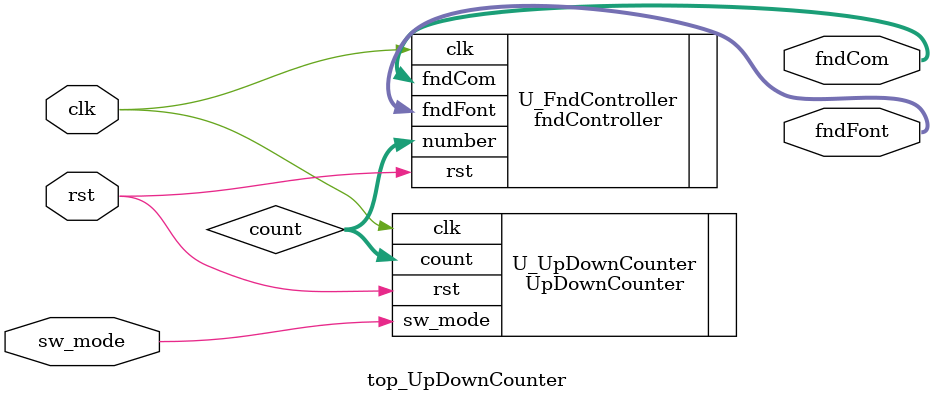
<source format=sv>
`timescale 1ns / 1ps

module top_UpDownCounter (
    input logic clk,
    input logic rst,
    input logic sw_mode,
    output logic [3:0] fndCom,
    output logic [7:0] fndFont

);

    logic [13:0] count;

    UpDownCounter U_UpDownCounter (
        .clk(clk),
        .rst(rst),
        .sw_mode(sw_mode),
        .count(count)
    );


    fndController U_FndController (
        .clk(clk),
        .rst(rst),
        .number(count),
        .fndCom(fndCom),
        .fndFont(fndFont)
    );

endmodule

</source>
